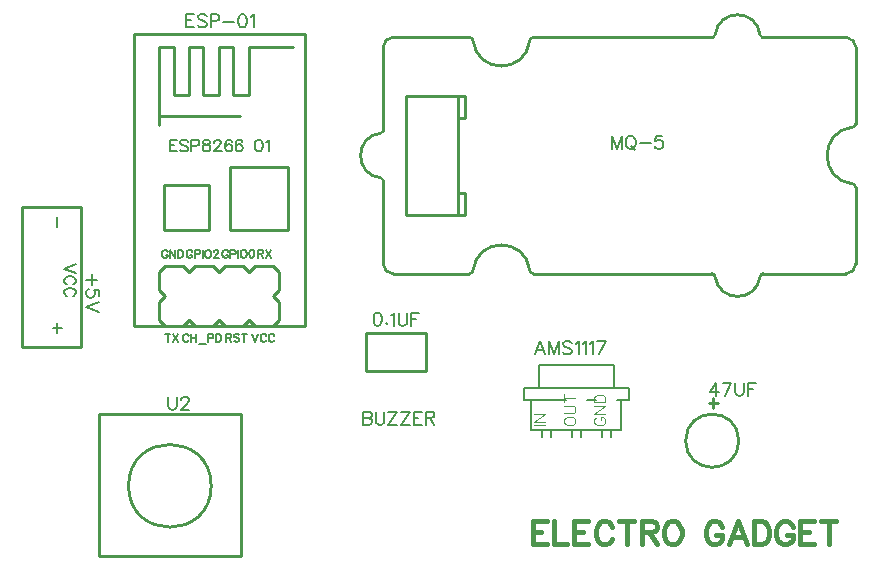
<source format=gto>
G04 Layer: TopSilkscreenLayer*
G04 EasyEDA v6.5.9, 2022-08-24 00:16:20*
G04 Gerber Generator version 0.2*
G04 Scale: 100 percent, Rotated: No, Reflected: No *
G04 Dimensions in millimeters *
G04 leading zeros omitted , absolute positions ,4 integer and 5 decimal *
%FSLAX45Y45*%
%MOMM*%

%ADD10C,0.4000*%
%ADD11C,0.1524*%
%ADD12C,0.0813*%
%ADD13C,0.1778*%
%ADD14C,0.2032*%
%ADD15C,0.1270*%
%ADD16C,0.2540*%
%ADD17C,0.0107*%

%LPD*%
D10*
X5232400Y827278D02*
G01*
X5232400Y633476D01*
X5232400Y827278D02*
G01*
X5352541Y827278D01*
X5232400Y735076D02*
G01*
X5306313Y735076D01*
X5232400Y633476D02*
G01*
X5352541Y633476D01*
X5413502Y827278D02*
G01*
X5413502Y633476D01*
X5413502Y633476D02*
G01*
X5524245Y633476D01*
X5585206Y827278D02*
G01*
X5585206Y633476D01*
X5585206Y827278D02*
G01*
X5705347Y827278D01*
X5585206Y735076D02*
G01*
X5659120Y735076D01*
X5585206Y633476D02*
G01*
X5705347Y633476D01*
X5904738Y781050D02*
G01*
X5895593Y799592D01*
X5877052Y818134D01*
X5858509Y827278D01*
X5821679Y827278D01*
X5803138Y818134D01*
X5784850Y799592D01*
X5775452Y781050D01*
X5766308Y753363D01*
X5766308Y707389D01*
X5775452Y679450D01*
X5784850Y661162D01*
X5803138Y642620D01*
X5821679Y633476D01*
X5858509Y633476D01*
X5877052Y642620D01*
X5895593Y661162D01*
X5904738Y679450D01*
X6030468Y827278D02*
G01*
X6030468Y633476D01*
X5965697Y827278D02*
G01*
X6094984Y827278D01*
X6155943Y827278D02*
G01*
X6155943Y633476D01*
X6155943Y827278D02*
G01*
X6239256Y827278D01*
X6266941Y818134D01*
X6276086Y808989D01*
X6285229Y790447D01*
X6285229Y771905D01*
X6276086Y753363D01*
X6266941Y744220D01*
X6239256Y735076D01*
X6155943Y735076D01*
X6220713Y735076D02*
G01*
X6285229Y633476D01*
X6401815Y827278D02*
G01*
X6383274Y818134D01*
X6364731Y799592D01*
X6355588Y781050D01*
X6346190Y753363D01*
X6346190Y707389D01*
X6355588Y679450D01*
X6364731Y661162D01*
X6383274Y642620D01*
X6401815Y633476D01*
X6438645Y633476D01*
X6457188Y642620D01*
X6475729Y661162D01*
X6484874Y679450D01*
X6494018Y707389D01*
X6494018Y753363D01*
X6484874Y781050D01*
X6475729Y799592D01*
X6457188Y818134D01*
X6438645Y827278D01*
X6401815Y827278D01*
X6835902Y781050D02*
G01*
X6826504Y799592D01*
X6808215Y818134D01*
X6789674Y827278D01*
X6752590Y827278D01*
X6734302Y818134D01*
X6715759Y799592D01*
X6706615Y781050D01*
X6697218Y753363D01*
X6697218Y707389D01*
X6706615Y679450D01*
X6715759Y661162D01*
X6734302Y642620D01*
X6752590Y633476D01*
X6789674Y633476D01*
X6808215Y642620D01*
X6826504Y661162D01*
X6835902Y679450D01*
X6835902Y707389D01*
X6789674Y707389D02*
G01*
X6835902Y707389D01*
X6970775Y827278D02*
G01*
X6896861Y633476D01*
X6970775Y827278D02*
G01*
X7044690Y633476D01*
X6924547Y697992D02*
G01*
X7016750Y697992D01*
X7105650Y827278D02*
G01*
X7105650Y633476D01*
X7105650Y827278D02*
G01*
X7170165Y827278D01*
X7197852Y818134D01*
X7216393Y799592D01*
X7225538Y781050D01*
X7234936Y753363D01*
X7234936Y707389D01*
X7225538Y679450D01*
X7216393Y661162D01*
X7197852Y642620D01*
X7170165Y633476D01*
X7105650Y633476D01*
X7434325Y781050D02*
G01*
X7425181Y799592D01*
X7406640Y818134D01*
X7388097Y827278D01*
X7351268Y827278D01*
X7332725Y818134D01*
X7314184Y799592D01*
X7305040Y781050D01*
X7295895Y753363D01*
X7295895Y707389D01*
X7305040Y679450D01*
X7314184Y661162D01*
X7332725Y642620D01*
X7351268Y633476D01*
X7388097Y633476D01*
X7406640Y642620D01*
X7425181Y661162D01*
X7434325Y679450D01*
X7434325Y707389D01*
X7388097Y707389D02*
G01*
X7434325Y707389D01*
X7495286Y827278D02*
G01*
X7495286Y633476D01*
X7495286Y827278D02*
G01*
X7615427Y827278D01*
X7495286Y735076D02*
G01*
X7569200Y735076D01*
X7495286Y633476D02*
G01*
X7615427Y633476D01*
X7740904Y827278D02*
G01*
X7740904Y633476D01*
X7676388Y827278D02*
G01*
X7805674Y827278D01*
D11*
X5297424Y2350515D02*
G01*
X5256022Y2241550D01*
X5297424Y2350515D02*
G01*
X5339079Y2241550D01*
X5271515Y2277871D02*
G01*
X5323331Y2277871D01*
X5373370Y2350515D02*
G01*
X5373370Y2241550D01*
X5373370Y2350515D02*
G01*
X5414772Y2241550D01*
X5456427Y2350515D02*
G01*
X5414772Y2241550D01*
X5456427Y2350515D02*
G01*
X5456427Y2241550D01*
X5563361Y2335021D02*
G01*
X5553202Y2345436D01*
X5537454Y2350515D01*
X5516625Y2350515D01*
X5501131Y2345436D01*
X5490718Y2335021D01*
X5490718Y2324607D01*
X5496052Y2314194D01*
X5501131Y2308860D01*
X5511545Y2303779D01*
X5542788Y2293365D01*
X5553202Y2288286D01*
X5558281Y2282952D01*
X5563361Y2272537D01*
X5563361Y2257044D01*
X5553202Y2246629D01*
X5537454Y2241550D01*
X5516625Y2241550D01*
X5501131Y2246629D01*
X5490718Y2257044D01*
X5597652Y2329687D02*
G01*
X5608065Y2335021D01*
X5623813Y2350515D01*
X5623813Y2241550D01*
X5658104Y2329687D02*
G01*
X5668518Y2335021D01*
X5684011Y2350515D01*
X5684011Y2241550D01*
X5718302Y2329687D02*
G01*
X5728715Y2335021D01*
X5744209Y2350515D01*
X5744209Y2241550D01*
X5851397Y2350515D02*
G01*
X5799327Y2241550D01*
X5778500Y2350515D02*
G01*
X5851397Y2350515D01*
D12*
X5775197Y1707642D02*
G01*
X5766054Y1703070D01*
X5756909Y1693671D01*
X5752084Y1684528D01*
X5752084Y1665986D01*
X5756909Y1656842D01*
X5766054Y1647444D01*
X5775197Y1642871D01*
X5789168Y1638300D01*
X5812281Y1638300D01*
X5825997Y1642871D01*
X5835395Y1647444D01*
X5844540Y1656842D01*
X5849111Y1665986D01*
X5849111Y1684528D01*
X5844540Y1693671D01*
X5835395Y1703070D01*
X5825997Y1707642D01*
X5812281Y1707642D01*
X5812281Y1684528D02*
G01*
X5812281Y1707642D01*
X5752084Y1738121D02*
G01*
X5849111Y1738121D01*
X5752084Y1738121D02*
G01*
X5849111Y1802637D01*
X5752084Y1802637D02*
G01*
X5849111Y1802637D01*
X5752084Y1833118D02*
G01*
X5849111Y1833118D01*
X5752084Y1833118D02*
G01*
X5752084Y1865629D01*
X5756909Y1879345D01*
X5766054Y1888489D01*
X5775197Y1893315D01*
X5789168Y1897887D01*
X5812281Y1897887D01*
X5825997Y1893315D01*
X5835395Y1888489D01*
X5844540Y1879345D01*
X5849111Y1865629D01*
X5849111Y1833118D01*
X5498084Y1665986D02*
G01*
X5502909Y1656842D01*
X5512054Y1647444D01*
X5521197Y1642871D01*
X5535168Y1638300D01*
X5558281Y1638300D01*
X5571997Y1642871D01*
X5581395Y1647444D01*
X5590540Y1656842D01*
X5595111Y1665986D01*
X5595111Y1684528D01*
X5590540Y1693671D01*
X5581395Y1703070D01*
X5571997Y1707642D01*
X5558281Y1712213D01*
X5535168Y1712213D01*
X5521197Y1707642D01*
X5512054Y1703070D01*
X5502909Y1693671D01*
X5498084Y1684528D01*
X5498084Y1665986D01*
X5498084Y1742694D02*
G01*
X5567425Y1742694D01*
X5581395Y1747265D01*
X5590540Y1756410D01*
X5595111Y1770379D01*
X5595111Y1779523D01*
X5590540Y1793494D01*
X5581395Y1802637D01*
X5567425Y1807210D01*
X5498084Y1807210D01*
X5498084Y1870202D02*
G01*
X5595111Y1870202D01*
X5498084Y1837689D02*
G01*
X5498084Y1902460D01*
X5244084Y1638300D02*
G01*
X5341111Y1638300D01*
X5244084Y1668779D02*
G01*
X5341111Y1668779D01*
X5244084Y1668779D02*
G01*
X5341111Y1733550D01*
X5244084Y1733550D02*
G01*
X5341111Y1733550D01*
D11*
X3917315Y2591815D02*
G01*
X3901820Y2586736D01*
X3891406Y2570987D01*
X3886327Y2545079D01*
X3886327Y2529586D01*
X3891406Y2503423D01*
X3901820Y2487929D01*
X3917315Y2482850D01*
X3927729Y2482850D01*
X3943477Y2487929D01*
X3953636Y2503423D01*
X3958970Y2529586D01*
X3958970Y2545079D01*
X3953636Y2570987D01*
X3943477Y2586736D01*
X3927729Y2591815D01*
X3917315Y2591815D01*
X3998340Y2508757D02*
G01*
X3993261Y2503423D01*
X3998340Y2498344D01*
X4003675Y2503423D01*
X3998340Y2508757D01*
X4037965Y2570987D02*
G01*
X4048379Y2576321D01*
X4063872Y2591815D01*
X4063872Y2482850D01*
X4098163Y2591815D02*
G01*
X4098163Y2513837D01*
X4103497Y2498344D01*
X4113656Y2487929D01*
X4129404Y2482850D01*
X4139818Y2482850D01*
X4155313Y2487929D01*
X4165727Y2498344D01*
X4170806Y2513837D01*
X4170806Y2591815D01*
X4205097Y2591815D02*
G01*
X4205097Y2482850D01*
X4205097Y2591815D02*
G01*
X4272661Y2591815D01*
X4205097Y2540000D02*
G01*
X4246752Y2540000D01*
X6783042Y1997316D02*
G01*
X6730972Y1924672D01*
X6808950Y1924672D01*
X6783042Y1997316D02*
G01*
X6783042Y1888350D01*
X6915884Y1997316D02*
G01*
X6864068Y1888350D01*
X6843240Y1997316D02*
G01*
X6915884Y1997316D01*
X6950174Y1997316D02*
G01*
X6950174Y1919338D01*
X6955508Y1903844D01*
X6965922Y1893430D01*
X6981416Y1888350D01*
X6991830Y1888350D01*
X7007324Y1893430D01*
X7017738Y1903844D01*
X7023072Y1919338D01*
X7023072Y1997316D01*
X7057362Y1997316D02*
G01*
X7057362Y1888350D01*
X7057362Y1997316D02*
G01*
X7124926Y1997316D01*
X7057362Y1945500D02*
G01*
X7098764Y1945500D01*
X2298700Y5119115D02*
G01*
X2298700Y5010150D01*
X2298700Y5119115D02*
G01*
X2366263Y5119115D01*
X2298700Y5067300D02*
G01*
X2340356Y5067300D01*
X2298700Y5010150D02*
G01*
X2366263Y5010150D01*
X2473197Y5103621D02*
G01*
X2462784Y5114036D01*
X2447290Y5119115D01*
X2426461Y5119115D01*
X2410968Y5114036D01*
X2400554Y5103621D01*
X2400554Y5093207D01*
X2405634Y5082794D01*
X2410968Y5077460D01*
X2421381Y5072379D01*
X2452370Y5061965D01*
X2462784Y5056886D01*
X2468118Y5051552D01*
X2473197Y5041137D01*
X2473197Y5025644D01*
X2462784Y5015229D01*
X2447290Y5010150D01*
X2426461Y5010150D01*
X2410968Y5015229D01*
X2400554Y5025644D01*
X2507488Y5119115D02*
G01*
X2507488Y5010150D01*
X2507488Y5119115D02*
G01*
X2554224Y5119115D01*
X2569972Y5114036D01*
X2575052Y5108702D01*
X2580386Y5098287D01*
X2580386Y5082794D01*
X2575052Y5072379D01*
X2569972Y5067300D01*
X2554224Y5061965D01*
X2507488Y5061965D01*
X2614675Y5056886D02*
G01*
X2708147Y5056886D01*
X2773679Y5119115D02*
G01*
X2757931Y5114036D01*
X2747518Y5098287D01*
X2742438Y5072379D01*
X2742438Y5056886D01*
X2747518Y5030723D01*
X2757931Y5015229D01*
X2773679Y5010150D01*
X2783840Y5010150D01*
X2799588Y5015229D01*
X2810002Y5030723D01*
X2815081Y5056886D01*
X2815081Y5072379D01*
X2810002Y5098287D01*
X2799588Y5114036D01*
X2783840Y5119115D01*
X2773679Y5119115D01*
X2849372Y5098287D02*
G01*
X2859786Y5103621D01*
X2875279Y5119115D01*
X2875279Y5010150D01*
D13*
X2159000Y4055871D02*
G01*
X2159000Y3958844D01*
X2159000Y4055871D02*
G01*
X2218943Y4055871D01*
X2159000Y4009644D02*
G01*
X2195829Y4009644D01*
X2159000Y3958844D02*
G01*
X2218943Y3958844D01*
X2314193Y4041902D02*
G01*
X2305050Y4051300D01*
X2291079Y4055871D01*
X2272538Y4055871D01*
X2258822Y4051300D01*
X2249424Y4041902D01*
X2249424Y4032504D01*
X2254250Y4023613D01*
X2258822Y4019042D01*
X2267965Y4014470D01*
X2295652Y4005071D01*
X2305050Y4000500D01*
X2309622Y3995673D01*
X2314193Y3986276D01*
X2314193Y3972813D01*
X2305050Y3963670D01*
X2291079Y3958844D01*
X2272538Y3958844D01*
X2258822Y3963670D01*
X2249424Y3972813D01*
X2344674Y4055871D02*
G01*
X2344674Y3958844D01*
X2344674Y4055871D02*
G01*
X2386329Y4055871D01*
X2400045Y4051300D01*
X2404618Y4046473D01*
X2409190Y4037076D01*
X2409190Y4023613D01*
X2404618Y4014470D01*
X2400045Y4009644D01*
X2386329Y4005071D01*
X2344674Y4005071D01*
X2462784Y4055871D02*
G01*
X2449068Y4051300D01*
X2444495Y4041902D01*
X2444495Y4032504D01*
X2449068Y4023613D01*
X2458211Y4019042D01*
X2476754Y4014470D01*
X2490470Y4009644D01*
X2499868Y4000500D01*
X2504440Y3991102D01*
X2504440Y3977386D01*
X2499868Y3968242D01*
X2495295Y3963670D01*
X2481325Y3958844D01*
X2462784Y3958844D01*
X2449068Y3963670D01*
X2444495Y3968242D01*
X2439670Y3977386D01*
X2439670Y3991102D01*
X2444495Y4000500D01*
X2453640Y4009644D01*
X2467609Y4014470D01*
X2485897Y4019042D01*
X2495295Y4023613D01*
X2499868Y4032504D01*
X2499868Y4041902D01*
X2495295Y4051300D01*
X2481325Y4055871D01*
X2462784Y4055871D01*
X2539491Y4032504D02*
G01*
X2539491Y4037076D01*
X2544063Y4046473D01*
X2548890Y4051300D01*
X2558034Y4055871D01*
X2576575Y4055871D01*
X2585720Y4051300D01*
X2590291Y4046473D01*
X2594863Y4037076D01*
X2594863Y4028186D01*
X2590291Y4019042D01*
X2581147Y4005071D01*
X2534920Y3958844D01*
X2599690Y3958844D01*
X2685541Y4041902D02*
G01*
X2680970Y4051300D01*
X2667000Y4055871D01*
X2657856Y4055871D01*
X2643886Y4051300D01*
X2634741Y4037076D01*
X2630170Y4014470D01*
X2630170Y3991102D01*
X2634741Y3972813D01*
X2643886Y3963670D01*
X2657856Y3958844D01*
X2662427Y3958844D01*
X2676143Y3963670D01*
X2685541Y3972813D01*
X2690113Y3986276D01*
X2690113Y3991102D01*
X2685541Y4005071D01*
X2676143Y4014470D01*
X2662427Y4019042D01*
X2657856Y4019042D01*
X2643886Y4014470D01*
X2634741Y4005071D01*
X2630170Y3991102D01*
X2775965Y4041902D02*
G01*
X2771393Y4051300D01*
X2757424Y4055871D01*
X2748279Y4055871D01*
X2734309Y4051300D01*
X2725165Y4037076D01*
X2720593Y4014470D01*
X2720593Y3991102D01*
X2725165Y3972813D01*
X2734309Y3963670D01*
X2748279Y3958844D01*
X2752852Y3958844D01*
X2766822Y3963670D01*
X2775965Y3972813D01*
X2780538Y3986276D01*
X2780538Y3991102D01*
X2775965Y4005071D01*
X2766822Y4014470D01*
X2752852Y4019042D01*
X2748279Y4019042D01*
X2734309Y4014470D01*
X2725165Y4005071D01*
X2720593Y3991102D01*
X2909824Y4055871D02*
G01*
X2896108Y4051300D01*
X2886709Y4037076D01*
X2882138Y4014470D01*
X2882138Y4000500D01*
X2886709Y3977386D01*
X2896108Y3963670D01*
X2909824Y3958844D01*
X2919222Y3958844D01*
X2932938Y3963670D01*
X2942336Y3977386D01*
X2946908Y4000500D01*
X2946908Y4014470D01*
X2942336Y4037076D01*
X2932938Y4051300D01*
X2919222Y4055871D01*
X2909824Y4055871D01*
X2977388Y4037076D02*
G01*
X2986531Y4041902D01*
X3000502Y4055871D01*
X3000502Y3958844D01*
D14*
X2143252Y3108452D02*
G01*
X2139950Y3114802D01*
X2133600Y3121152D01*
X2127250Y3124200D01*
X2114550Y3124200D01*
X2108200Y3121152D01*
X2101850Y3114802D01*
X2098802Y3108452D01*
X2095500Y3098800D01*
X2095500Y3082797D01*
X2098802Y3073400D01*
X2101850Y3067050D01*
X2108200Y3060700D01*
X2114550Y3057397D01*
X2127250Y3057397D01*
X2133600Y3060700D01*
X2139950Y3067050D01*
X2143252Y3073400D01*
X2143252Y3082797D01*
X2127250Y3082797D02*
G01*
X2143252Y3082797D01*
X2164334Y3124200D02*
G01*
X2164334Y3057397D01*
X2164334Y3124200D02*
G01*
X2208784Y3057397D01*
X2208784Y3124200D02*
G01*
X2208784Y3057397D01*
X2229865Y3124200D02*
G01*
X2229865Y3057397D01*
X2229865Y3124200D02*
G01*
X2251963Y3124200D01*
X2261615Y3121152D01*
X2267965Y3114802D01*
X2271013Y3108452D01*
X2274315Y3098800D01*
X2274315Y3082797D01*
X2271013Y3073400D01*
X2267965Y3067050D01*
X2261615Y3060700D01*
X2251963Y3057397D01*
X2229865Y3057397D01*
X2352210Y3108452D02*
G01*
X2348908Y3114802D01*
X2342558Y3121152D01*
X2336208Y3124200D01*
X2323508Y3124200D01*
X2317158Y3121152D01*
X2310808Y3114802D01*
X2307760Y3108452D01*
X2304458Y3098800D01*
X2304458Y3082797D01*
X2307760Y3073400D01*
X2310808Y3067050D01*
X2317158Y3060700D01*
X2323508Y3057397D01*
X2336208Y3057397D01*
X2342558Y3060700D01*
X2348908Y3067050D01*
X2352210Y3073400D01*
X2352210Y3082797D01*
X2336208Y3082797D02*
G01*
X2352210Y3082797D01*
X2373292Y3124200D02*
G01*
X2373292Y3057397D01*
X2373292Y3124200D02*
G01*
X2401740Y3124200D01*
X2411392Y3121152D01*
X2414440Y3117850D01*
X2417742Y3111500D01*
X2417742Y3102102D01*
X2414440Y3095752D01*
X2411392Y3092450D01*
X2401740Y3089402D01*
X2373292Y3089402D01*
X2438824Y3124200D02*
G01*
X2438824Y3057397D01*
X2478702Y3124200D02*
G01*
X2472352Y3121152D01*
X2466002Y3114802D01*
X2462954Y3108452D01*
X2459652Y3098800D01*
X2459652Y3082797D01*
X2462954Y3073400D01*
X2466002Y3067050D01*
X2472352Y3060700D01*
X2478702Y3057397D01*
X2491656Y3057397D01*
X2498006Y3060700D01*
X2504356Y3067050D01*
X2507404Y3073400D01*
X2510706Y3082797D01*
X2510706Y3098800D01*
X2507404Y3108452D01*
X2504356Y3114802D01*
X2498006Y3121152D01*
X2491656Y3124200D01*
X2478702Y3124200D01*
X2534836Y3108452D02*
G01*
X2534836Y3111500D01*
X2537884Y3117850D01*
X2541186Y3121152D01*
X2547536Y3124200D01*
X2560236Y3124200D01*
X2566586Y3121152D01*
X2569888Y3117850D01*
X2572936Y3111500D01*
X2572936Y3105150D01*
X2569888Y3098800D01*
X2563538Y3089402D01*
X2531534Y3057397D01*
X2576238Y3057397D01*
X2654132Y3108452D02*
G01*
X2650830Y3114802D01*
X2644480Y3121152D01*
X2638130Y3124200D01*
X2625430Y3124200D01*
X2619080Y3121152D01*
X2612730Y3114802D01*
X2609682Y3108452D01*
X2606380Y3098800D01*
X2606380Y3082797D01*
X2609682Y3073400D01*
X2612730Y3067050D01*
X2619080Y3060700D01*
X2625430Y3057397D01*
X2638130Y3057397D01*
X2644480Y3060700D01*
X2650830Y3067050D01*
X2654132Y3073400D01*
X2654132Y3082797D01*
X2638130Y3082797D02*
G01*
X2654132Y3082797D01*
X2675214Y3124200D02*
G01*
X2675214Y3057397D01*
X2675214Y3124200D02*
G01*
X2703662Y3124200D01*
X2713314Y3121152D01*
X2716362Y3117850D01*
X2719664Y3111500D01*
X2719664Y3102102D01*
X2716362Y3095752D01*
X2713314Y3092450D01*
X2703662Y3089402D01*
X2675214Y3089402D01*
X2740746Y3124200D02*
G01*
X2740746Y3057397D01*
X2780624Y3124200D02*
G01*
X2774274Y3121152D01*
X2767924Y3114802D01*
X2764876Y3108452D01*
X2761574Y3098800D01*
X2761574Y3082797D01*
X2764876Y3073400D01*
X2767924Y3067050D01*
X2774274Y3060700D01*
X2780624Y3057397D01*
X2793578Y3057397D01*
X2799928Y3060700D01*
X2806278Y3067050D01*
X2809326Y3073400D01*
X2812628Y3082797D01*
X2812628Y3098800D01*
X2809326Y3108452D01*
X2806278Y3114802D01*
X2799928Y3121152D01*
X2793578Y3124200D01*
X2780624Y3124200D01*
X2852760Y3124200D02*
G01*
X2843108Y3121152D01*
X2836758Y3111500D01*
X2833456Y3095752D01*
X2833456Y3086100D01*
X2836758Y3070097D01*
X2843108Y3060700D01*
X2852760Y3057397D01*
X2859110Y3057397D01*
X2868508Y3060700D01*
X2874858Y3070097D01*
X2878160Y3086100D01*
X2878160Y3095752D01*
X2874858Y3111500D01*
X2868508Y3121152D01*
X2859110Y3124200D01*
X2852760Y3124200D01*
X2908300Y3124200D02*
G01*
X2908300Y3057397D01*
X2908300Y3124200D02*
G01*
X2937002Y3124200D01*
X2946400Y3121152D01*
X2949702Y3117850D01*
X2952750Y3111500D01*
X2952750Y3105150D01*
X2949702Y3098800D01*
X2946400Y3095752D01*
X2937002Y3092450D01*
X2908300Y3092450D01*
X2930652Y3092450D02*
G01*
X2952750Y3057397D01*
X2973831Y3124200D02*
G01*
X3018281Y3057397D01*
X3018281Y3124200D02*
G01*
X2973831Y3057397D01*
X2143252Y2413000D02*
G01*
X2143252Y2346197D01*
X2120900Y2413000D02*
G01*
X2165350Y2413000D01*
X2186431Y2413000D02*
G01*
X2230881Y2346197D01*
X2230881Y2413000D02*
G01*
X2186431Y2346197D01*
X2321478Y2397252D02*
G01*
X2318176Y2403602D01*
X2311826Y2409952D01*
X2305476Y2413000D01*
X2292776Y2413000D01*
X2286426Y2409952D01*
X2280076Y2403602D01*
X2277028Y2397252D01*
X2273726Y2387600D01*
X2273726Y2371597D01*
X2277028Y2362200D01*
X2280076Y2355850D01*
X2286426Y2349500D01*
X2292776Y2346197D01*
X2305476Y2346197D01*
X2311826Y2349500D01*
X2318176Y2355850D01*
X2321478Y2362200D01*
X2342560Y2413000D02*
G01*
X2342560Y2346197D01*
X2387010Y2413000D02*
G01*
X2387010Y2346197D01*
X2342560Y2381250D02*
G01*
X2387010Y2381250D01*
X2408092Y2324100D02*
G01*
X2465242Y2324100D01*
X2486324Y2413000D02*
G01*
X2486324Y2346197D01*
X2486324Y2413000D02*
G01*
X2515026Y2413000D01*
X2524424Y2409952D01*
X2527726Y2406650D01*
X2530774Y2400300D01*
X2530774Y2390902D01*
X2527726Y2384552D01*
X2524424Y2381250D01*
X2515026Y2378202D01*
X2486324Y2378202D01*
X2551856Y2413000D02*
G01*
X2551856Y2346197D01*
X2551856Y2413000D02*
G01*
X2574208Y2413000D01*
X2583606Y2409952D01*
X2589956Y2403602D01*
X2593258Y2397252D01*
X2596306Y2387600D01*
X2596306Y2371597D01*
X2593258Y2362200D01*
X2589956Y2355850D01*
X2583606Y2349500D01*
X2574208Y2346197D01*
X2551856Y2346197D01*
X2639143Y2413000D02*
G01*
X2639143Y2346197D01*
X2639143Y2413000D02*
G01*
X2667845Y2413000D01*
X2677243Y2409952D01*
X2680545Y2406650D01*
X2683593Y2400300D01*
X2683593Y2393950D01*
X2680545Y2387600D01*
X2677243Y2384552D01*
X2667845Y2381250D01*
X2639143Y2381250D01*
X2661495Y2381250D02*
G01*
X2683593Y2346197D01*
X2749125Y2403602D02*
G01*
X2742775Y2409952D01*
X2733377Y2413000D01*
X2720677Y2413000D01*
X2711025Y2409952D01*
X2704675Y2403602D01*
X2704675Y2397252D01*
X2707977Y2390902D01*
X2711025Y2387600D01*
X2717375Y2384552D01*
X2736425Y2378202D01*
X2742775Y2374900D01*
X2746077Y2371597D01*
X2749125Y2365247D01*
X2749125Y2355850D01*
X2742775Y2349500D01*
X2733377Y2346197D01*
X2720677Y2346197D01*
X2711025Y2349500D01*
X2704675Y2355850D01*
X2792559Y2413000D02*
G01*
X2792559Y2346197D01*
X2770207Y2413000D02*
G01*
X2814657Y2413000D01*
X2857500Y2413000D02*
G01*
X2882900Y2346197D01*
X2908300Y2413000D02*
G01*
X2882900Y2346197D01*
X2977134Y2397252D02*
G01*
X2973831Y2403602D01*
X2967481Y2409952D01*
X2961131Y2413000D01*
X2948431Y2413000D01*
X2942081Y2409952D01*
X2935731Y2403602D01*
X2932684Y2397252D01*
X2929381Y2387600D01*
X2929381Y2371597D01*
X2932684Y2362200D01*
X2935731Y2355850D01*
X2942081Y2349500D01*
X2948431Y2346197D01*
X2961131Y2346197D01*
X2967481Y2349500D01*
X2973831Y2355850D01*
X2977134Y2362200D01*
X3045968Y2397252D02*
G01*
X3042665Y2403602D01*
X3036315Y2409952D01*
X3029965Y2413000D01*
X3017265Y2413000D01*
X3010915Y2409952D01*
X3004565Y2403602D01*
X3001263Y2397252D01*
X2998215Y2387600D01*
X2998215Y2371597D01*
X3001263Y2362200D01*
X3004565Y2355850D01*
X3010915Y2349500D01*
X3017265Y2346197D01*
X3029965Y2346197D01*
X3036315Y2349500D01*
X3042665Y2355850D01*
X3045968Y2362200D01*
D11*
X3797300Y1753615D02*
G01*
X3797300Y1644650D01*
X3797300Y1753615D02*
G01*
X3844036Y1753615D01*
X3859529Y1748536D01*
X3864863Y1743202D01*
X3869943Y1732787D01*
X3869943Y1722373D01*
X3864863Y1711960D01*
X3859529Y1706879D01*
X3844036Y1701800D01*
X3797300Y1701800D02*
G01*
X3844036Y1701800D01*
X3859529Y1696465D01*
X3864863Y1691386D01*
X3869943Y1680971D01*
X3869943Y1665223D01*
X3864863Y1654810D01*
X3859529Y1649729D01*
X3844036Y1644650D01*
X3797300Y1644650D01*
X3904234Y1753615D02*
G01*
X3904234Y1675637D01*
X3909568Y1660144D01*
X3919981Y1649729D01*
X3935475Y1644650D01*
X3945890Y1644650D01*
X3961384Y1649729D01*
X3971797Y1660144D01*
X3977131Y1675637D01*
X3977131Y1753615D01*
X4084065Y1753615D02*
G01*
X4011422Y1644650D01*
X4011422Y1753615D02*
G01*
X4084065Y1753615D01*
X4011422Y1644650D02*
G01*
X4084065Y1644650D01*
X4191000Y1753615D02*
G01*
X4118356Y1644650D01*
X4118356Y1753615D02*
G01*
X4191000Y1753615D01*
X4118356Y1644650D02*
G01*
X4191000Y1644650D01*
X4225290Y1753615D02*
G01*
X4225290Y1644650D01*
X4225290Y1753615D02*
G01*
X4292854Y1753615D01*
X4225290Y1701800D02*
G01*
X4266945Y1701800D01*
X4225290Y1644650D02*
G01*
X4292854Y1644650D01*
X4327143Y1753615D02*
G01*
X4327143Y1644650D01*
X4327143Y1753615D02*
G01*
X4373879Y1753615D01*
X4389627Y1748536D01*
X4394708Y1743202D01*
X4400041Y1732787D01*
X4400041Y1722373D01*
X4394708Y1711960D01*
X4389627Y1706879D01*
X4373879Y1701800D01*
X4327143Y1701800D01*
X4363720Y1701800D02*
G01*
X4400041Y1644650D01*
X5905388Y4090415D02*
G01*
X5905388Y3981450D01*
X5905388Y4090415D02*
G01*
X5947044Y3981450D01*
X5988700Y4090415D02*
G01*
X5947044Y3981450D01*
X5988700Y4090415D02*
G01*
X5988700Y3981450D01*
X6053978Y4090415D02*
G01*
X6043818Y4085336D01*
X6033404Y4074921D01*
X6028070Y4064507D01*
X6022990Y4048760D01*
X6022990Y4022852D01*
X6028070Y4007357D01*
X6033404Y3996944D01*
X6043818Y3986529D01*
X6053978Y3981450D01*
X6074806Y3981450D01*
X6085220Y3986529D01*
X6095634Y3996944D01*
X6100968Y4007357D01*
X6106048Y4022852D01*
X6106048Y4048760D01*
X6100968Y4064507D01*
X6095634Y4074921D01*
X6085220Y4085336D01*
X6074806Y4090415D01*
X6053978Y4090415D01*
X6069726Y4002023D02*
G01*
X6100968Y3971036D01*
X6140338Y4028186D02*
G01*
X6233810Y4028186D01*
X6330584Y4090415D02*
G01*
X6278514Y4090415D01*
X6273434Y4043679D01*
X6278514Y4048760D01*
X6294008Y4054094D01*
X6309756Y4054094D01*
X6325250Y4048760D01*
X6335664Y4038600D01*
X6340998Y4022852D01*
X6340998Y4012437D01*
X6335664Y3996944D01*
X6325250Y3986529D01*
X6309756Y3981450D01*
X6294008Y3981450D01*
X6278514Y3986529D01*
X6273434Y3991610D01*
X6268100Y4002023D01*
X2146300Y1880615D02*
G01*
X2146300Y1802637D01*
X2151379Y1787144D01*
X2161793Y1776729D01*
X2177541Y1771650D01*
X2187956Y1771650D01*
X2203450Y1776729D01*
X2213863Y1787144D01*
X2218943Y1802637D01*
X2218943Y1880615D01*
X2258568Y1854707D02*
G01*
X2258568Y1859787D01*
X2263647Y1870202D01*
X2268981Y1875536D01*
X2279395Y1880615D01*
X2299970Y1880615D01*
X2310384Y1875536D01*
X2315718Y1870202D01*
X2320797Y1859787D01*
X2320797Y1849373D01*
X2315718Y1838960D01*
X2305304Y1823465D01*
X2253234Y1771650D01*
X2326131Y1771650D01*
X1547621Y2874263D02*
G01*
X1454150Y2874263D01*
X1500886Y2921000D02*
G01*
X1500886Y2827528D01*
X1563115Y2730754D02*
G01*
X1563115Y2782823D01*
X1516379Y2787904D01*
X1521460Y2782823D01*
X1526794Y2767329D01*
X1526794Y2751581D01*
X1521460Y2736087D01*
X1511300Y2725673D01*
X1495552Y2720339D01*
X1485137Y2720339D01*
X1469644Y2725673D01*
X1459229Y2736087D01*
X1454150Y2751581D01*
X1454150Y2767329D01*
X1459229Y2782823D01*
X1464310Y2787904D01*
X1474723Y2793237D01*
X1563115Y2686050D02*
G01*
X1454150Y2644647D01*
X1563115Y2602992D02*
G01*
X1454150Y2644647D01*
D14*
X1364437Y3003600D02*
G01*
X1268933Y2967278D01*
X1364437Y2930956D02*
G01*
X1268933Y2967278D01*
X1341831Y2832658D02*
G01*
X1350975Y2837230D01*
X1359865Y2846374D01*
X1364437Y2855518D01*
X1364437Y2873552D01*
X1359865Y2882696D01*
X1350975Y2891840D01*
X1341831Y2896412D01*
X1328115Y2900984D01*
X1305509Y2900984D01*
X1291793Y2896412D01*
X1282649Y2891840D01*
X1273505Y2882696D01*
X1268933Y2873552D01*
X1268933Y2855518D01*
X1273505Y2846374D01*
X1282649Y2837230D01*
X1291793Y2832658D01*
X1341831Y2734614D02*
G01*
X1350975Y2738932D01*
X1359865Y2748076D01*
X1364437Y2757220D01*
X1364437Y2775508D01*
X1359865Y2784398D01*
X1350975Y2793542D01*
X1341831Y2798114D01*
X1328115Y2802686D01*
X1305509Y2802686D01*
X1291793Y2798114D01*
X1282649Y2793542D01*
X1273505Y2784398D01*
X1268933Y2775508D01*
X1268933Y2757220D01*
X1273505Y2748076D01*
X1282649Y2738932D01*
X1291793Y2734614D01*
X1250975Y2462705D02*
G01*
X1168933Y2462705D01*
X1210081Y2503599D02*
G01*
X1210081Y2421811D01*
X1210055Y3403600D02*
G01*
X1210055Y3321812D01*
D15*
X5511800Y1854200D02*
G01*
X5219700Y1854200D01*
X5156200Y1854200D01*
X5156200Y1955800D01*
X5283200Y1955800D01*
X5918200Y1955800D01*
X6045200Y1955800D01*
X6045200Y1854200D01*
X5981700Y1854200D01*
X5981700Y1600200D01*
X5892800Y1600200D01*
X5816600Y1600200D01*
X5638800Y1600200D01*
X5562600Y1600200D01*
X5384800Y1600200D01*
X5308600Y1600200D01*
X5219700Y1600200D01*
X5219700Y1854200D01*
X5308600Y1600200D02*
G01*
X5308600Y1536700D01*
X5384800Y1600200D02*
G01*
X5384800Y1536700D01*
X5562600Y1600200D02*
G01*
X5562600Y1536700D01*
X5816600Y1600200D02*
G01*
X5816600Y1536700D01*
X5638800Y1600200D02*
G01*
X5638800Y1536700D01*
X5892800Y1600200D02*
G01*
X5892800Y1536700D01*
X5918200Y1955800D02*
G01*
X5918200Y2146300D01*
X5283200Y2146300D01*
X5283200Y1955800D01*
X5765800Y1854200D02*
G01*
X5689600Y1854200D01*
X5981700Y1854200D02*
G01*
X5943600Y1854200D01*
D16*
X3822700Y2419400D02*
G01*
X4330700Y2419400D01*
X4330700Y2101900D01*
X3822700Y2101900D01*
X3822700Y2419400D01*
X6725920Y1830260D02*
G01*
X6804659Y1830260D01*
X6764020Y1789620D02*
G01*
X6764020Y1873440D01*
X1854200Y2476500D02*
G01*
X3302000Y2476500D01*
X1854200Y2476500D02*
G01*
X1854200Y4953000D01*
X3302000Y2476500D02*
G01*
X3302000Y4953000D01*
X1854200Y4953000D01*
X2755900Y4254500D02*
G01*
X2070100Y4254500D01*
X2070100Y4838700D01*
X2197100Y4838700D01*
X2197100Y4432300D01*
X2324100Y4432300D01*
X2324100Y4838700D01*
X2438400Y4838700D01*
X2438400Y4432300D01*
X2578100Y4432300D01*
X2578100Y4838700D01*
X2692400Y4838700D01*
X2692400Y4432300D01*
X2832100Y4432300D01*
X2832100Y4838700D01*
X3200400Y4838700D01*
X2070100Y4254500D02*
G01*
X2070100Y4178300D01*
X3162300Y3289300D02*
G01*
X3162300Y3822700D01*
X2667000Y3822700D01*
X2667000Y3289300D01*
X2667000Y3289300D02*
G01*
X3162300Y3289300D01*
X2108200Y3289300D02*
G01*
X2489200Y3289300D01*
X2489200Y3670300D01*
X2108200Y3670300D01*
X2108200Y3289300D01*
X2070100Y2781300D02*
G01*
X2070100Y2933700D01*
X2120900Y2984500D01*
X2273300Y2984500D01*
X2324100Y2933700D01*
X2374900Y2984500D01*
X2527300Y2984500D01*
X2578100Y2933700D01*
X2628900Y2984500D01*
X2781300Y2984500D01*
X2832100Y2933700D01*
X2882900Y2984500D01*
X3035300Y2984500D01*
X3086100Y2933700D01*
X3086100Y2781300D01*
X3035300Y2730500D01*
X3086100Y2679700D01*
X3086100Y2527300D01*
X3035300Y2476500D01*
X2882900Y2476500D01*
X2832100Y2527300D01*
X2781300Y2476500D01*
X2628900Y2476500D01*
X2578100Y2527300D01*
X2527300Y2476500D01*
X2374900Y2476500D01*
X2324100Y2527300D01*
X2273300Y2476500D01*
X2120900Y2476500D01*
X2070100Y2527300D01*
X2070100Y2679700D01*
X2120900Y2730500D01*
X2070100Y2781300D01*
X2070100Y2806700D01*
X3969854Y4135094D02*
G01*
X3969854Y4843754D01*
X3969854Y3004794D02*
G01*
X3969854Y3713454D01*
X4698834Y2923514D02*
G01*
X4048594Y2923514D01*
X7177874Y4925034D02*
G01*
X7889074Y4925034D01*
X7889074Y2923514D02*
G01*
X7188034Y2923514D01*
X6748614Y2923514D02*
G01*
X5239854Y2923514D01*
X5239854Y4925034D02*
G01*
X6758774Y4925034D01*
X4048594Y4925034D02*
G01*
X4698834Y4925034D01*
X7967814Y4193514D02*
G01*
X7967814Y4843754D01*
X7967814Y3655034D02*
G01*
X7967814Y3004794D01*
X4282274Y3423894D02*
G01*
X4480394Y3423894D01*
X4231474Y4424654D02*
G01*
X4531194Y4424654D01*
X4602314Y4424654D02*
G01*
X4602314Y4244314D01*
X4660734Y4244314D01*
X4660734Y4424654D01*
X4602314Y4424654D01*
X4160354Y4424654D01*
X4160354Y3423894D01*
X4602314Y3423894D01*
X4602314Y3604234D01*
X4660734Y3604234D01*
X4660734Y3423894D01*
X4602314Y3423894D01*
X4602314Y3604234D02*
G01*
X4602314Y4244314D01*
X1561312Y1734286D02*
G01*
X2761310Y1734286D01*
X2761310Y534288D01*
X1561312Y534288D01*
X1561312Y1734286D01*
X1413586Y3490595D02*
G01*
X1413586Y2303602D01*
X913587Y2303602D01*
X913587Y3490595D01*
X1413586Y3490595D01*
G75*
G01*
X6978904Y1511414D02*
G03*
X6978904Y1507350I-224992J-2032D01*
G75*
G01*
X7888796Y2924302D02*
G03*
X7968806Y3004312I10J80000D01*
G75*
G01*
X7968806Y4844288D02*
G03*
X7888796Y4924298I-80000J10D01*
G75*
G01*
X4048824Y4924298D02*
G03*
X3969067Y4844288I243J-79999D01*
G75*
G01*
X3969067Y3004312D02*
G03*
X4048824Y2924302I80000J-11D01*
G75*
G01*
X4699063Y2924302D02*
G03*
X4728781Y2954274I-281J29999D01*
G75*
G01*
X7178865Y4924298D02*
G02*
X7158799Y4944364I0J20066D01*
G75*
G01*
X6758749Y4924298D02*
G03*
X6778815Y4944364I0J20066D01*
G75*
G01*
X6778815Y4944364D02*
G02*
X7158799Y4944364I189992J-19675D01*
G75*
G01*
X7189026Y2924302D02*
G03*
X7158799Y2894330I-227J-29999D01*
G75*
G01*
X5238813Y2924302D02*
G02*
X5208842Y2954274I28J30000D01*
G75*
G01*
X6748844Y2924302D02*
G02*
X6778815Y2894330I-28J-30000D01*
G75*
G01*
X7158799Y2894330D02*
G02*
X6778815Y2894330I-189992J29561D01*
G75*
G01*
X5208842Y2954274D02*
G03*
X4728781Y2954274I-240031J-29270D01*
G75*
G01*
X3969067Y4134358D02*
G02*
X3948747Y4114292I-20065J-2D01*
G75*
G01*
X3969067Y3714242D02*
G03*
X3948747Y3734308I-20065J2D01*
G75*
G01*
X3948747Y3734308D02*
G02*
X3948747Y4114292I19675J189992D01*
G75*
G01*
X5238813Y4924298D02*
G03*
X5208842Y4894326I28J-30000D01*
G75*
G01*
X4699063Y4924298D02*
G02*
X4728781Y4894326I-281J-29999D01*
G75*
G01*
X4728781Y4894326D02*
G03*
X5208842Y4894326I240030J29270D01*
G75*
G01*
X7968806Y3654298D02*
G03*
X7938833Y3684270I-30000J-28D01*
G75*
G01*
X7968806Y4194302D02*
G02*
X7938833Y4164330I-30000J28D01*
G75*
G01*
X7938833Y4164330D02*
G03*
X7938833Y3684270I29270J-240030D01*
G75*
G01
X2512111Y1127201D02*
G03X2512111Y1127201I-350012J0D01*
M02*

</source>
